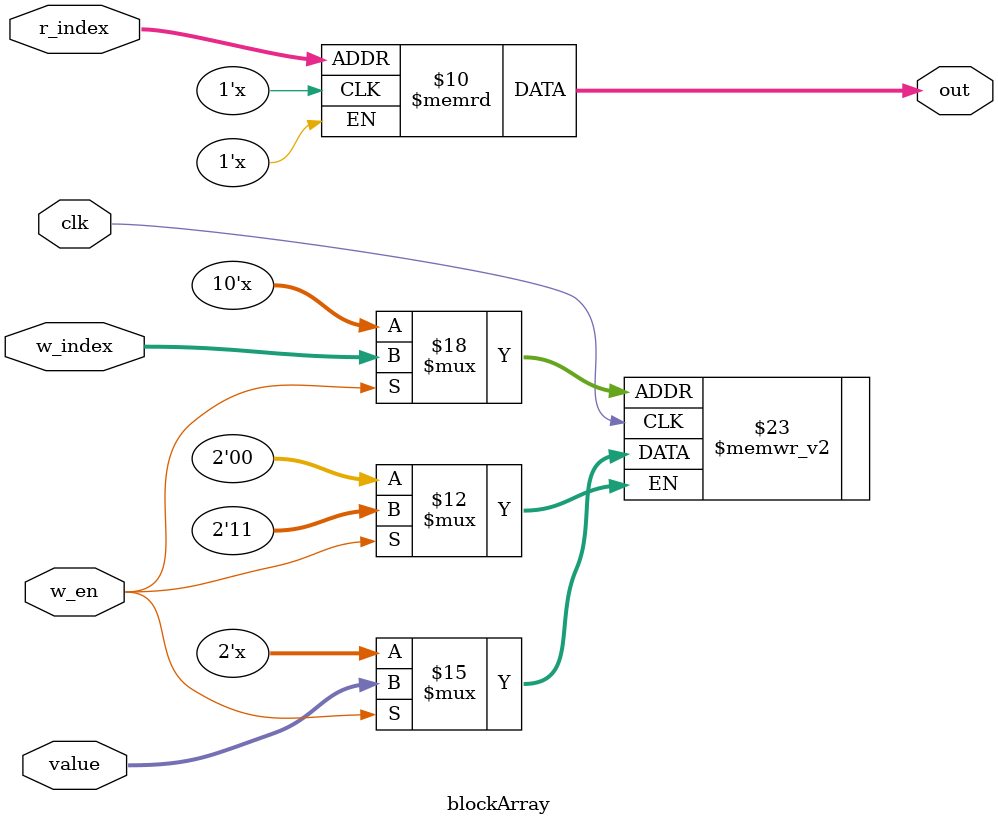
<source format=v>

module blockArray (
	clk,
	r_index,
	w_index,
	value,
	w_en,
	out
);

input clk;
input [9:0] r_index; //x&y coords
input [9:0] w_index; //x&y coords
input [1:0] value; //write value
input w_en; //write enable
output [1:0] out; //gives r_index's value

reg [1:0] array[1023:0]; //data array
reg [1:0] pre_out; //since out value is a wire

always @(posedge clk) begin
	if (w_en == 1) begin //write value
		array[w_index] <= value;
	end
	//pre_out <= array[r_index]; // can use M9K
end

//assign out = pre_out; // can use M9K
assign out = array[r_index]; // forces logic memory
endmodule

</source>
